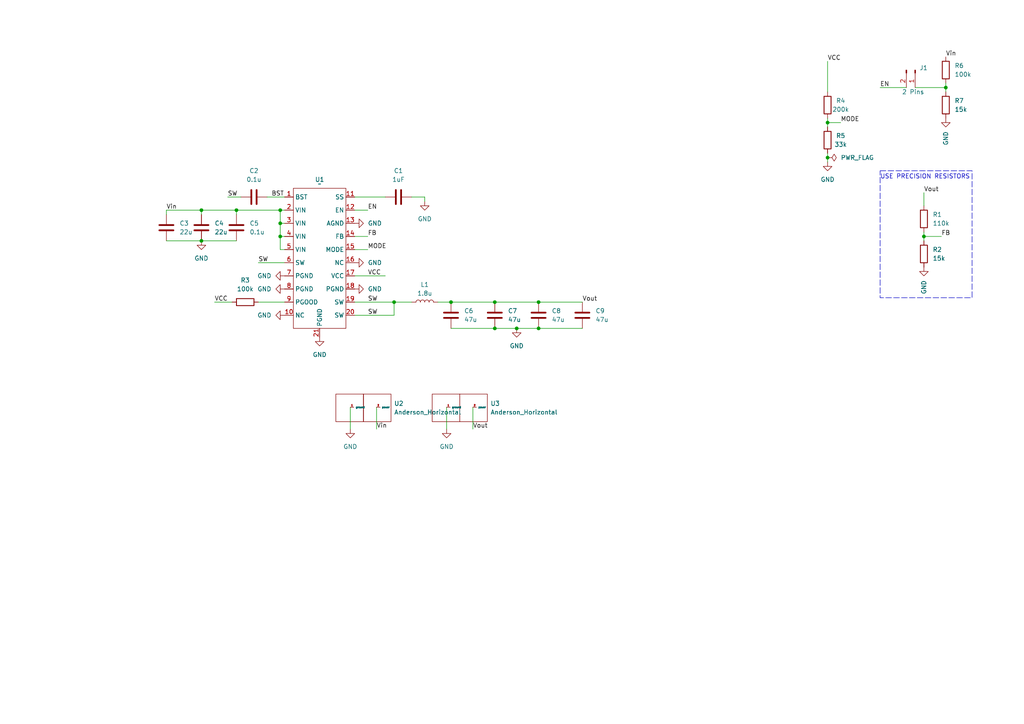
<source format=kicad_sch>
(kicad_sch (version 20230121) (generator eeschema)
  (paper "A4")
  (lib_symbols
    (symbol "Connector:Conn_01x02_Pin" (pin_names (offset 1.016) hide)
      (property "Reference" "J" (at 0 2.54 0))
      (property "Value" "Conn_01x02_Pin" (at 0 -5.08 0))
      (symbol "Conn_01x02_Pin_1_1"
        (polyline (pts (xy 1.27 -2.54) (xy 0.8636 -2.54)) (stroke (width 0.1524)))
        (polyline (pts (xy 1.27 0) (xy 0.8636 0)) (stroke (width 0.1524)))
        (rectangle (start 0.8636 -2.413) (end 0 -2.667) (stroke (width 0.1524)) (fill (type outline)))
        (rectangle (start 0.8636 0.127) (end 0 -0.127) (stroke (width 0.1524)) (fill (type outline)))
        (pin passive line (at 5.08 0 180) (length 3.81) (name "Pin_1") (number "1"))
        (pin passive line (at 5.08 -2.54 180) (length 3.81) (name "Pin_2") (number "2"))
      )
    )
    (symbol "Device:C" (pin_numbers hide) (pin_names (offset 0.254))
      (property "Reference" "C" (at 0.635 2.54 0))
      (property "Value" "C" (at 0.635 -2.54 0))
      (symbol "C_0_1"
        (polyline (pts (xy -2.032 -0.762) (xy 2.032 -0.762)) (stroke (width 0.508)))
        (polyline (pts (xy -2.032 0.762) (xy 2.032 0.762)) (stroke (width 0.508)))
      )
      (symbol "C_1_1"
        (pin passive line (at 0 3.81 270) (length 2.794) (name "~") (number "1"))
        (pin passive line (at 0 -3.81 90) (length 2.794) (name "~") (number "2"))
      )
    )
    (symbol "Device:L" (pin_numbers hide) (pin_names (offset 1.016) hide)
      (property "Reference" "L" (at -1.27 0 90))
      (property "Value" "L" (at 1.905 0 90))
      (symbol "L_0_1"
        (arc (start 0 -2.54) (mid 0.6323 -1.905) (end 0 -1.27))
        (arc (start 0 -1.27) (mid 0.6323 -0.635) (end 0 0))
        (arc (start 0 0) (mid 0.6323 0.635) (end 0 1.27))
        (arc (start 0 1.27) (mid 0.6323 1.905) (end 0 2.54))
      )
      (symbol "L_1_1"
        (pin passive line (at 0 3.81 270) (length 1.27) (name "1") (number "1"))
        (pin passive line (at 0 -3.81 90) (length 1.27) (name "2") (number "2"))
      )
    )
    (symbol "Device:R" (pin_numbers hide) (pin_names (offset 0))
      (property "Reference" "R" (at 2.032 0 90))
      (property "Value" "R" (at 0 0 90))
      (symbol "R_0_1"
        (rectangle (start -1.016 -2.54) (end 1.016 2.54) (stroke (width 0.254)))
      )
      (symbol "R_1_1"
        (pin passive line (at 0 3.81 270) (length 1.27) (name "~") (number "1"))
        (pin passive line (at 0 -3.81 90) (length 1.27) (name "~") (number "2"))
      )
    )
    (symbol "PiE_Symbols:Anderson_Horizontal"
      (property "Reference" "U" (at 0 4.54 0))
      (property "Value" "Anderson_Horizontal" (at 0 2 0))
      (symbol "Anderson_Horizontal_0_1"
        (rectangle (start 0 0) (end -8 -8))
        (rectangle (start 0 0) (end 8 -8))
      )
      (symbol "Anderson_Horizontal_1_1"
        (pin passive line (at -3.81 -3.81 0) (length 1) (name "ground") (number "1"))
        (pin passive line (at 3.81 -3.81 0) (length 1) (name "power") (number "2"))
      )
    )
    (symbol "PiE_Symbols:TPS56C230"
      (property "Reference" "U" (at 0 19.05 0))
      (symbol "TPS56C230_0_1"
        (rectangle (start -7.62 17.78) (end 7.62 -22.86))
      )
      (symbol "TPS56C230_1_1"
        (pin input line (at -10.16 15.24 0) (length 2.54) (name "BST") (number "1"))
        (pin passive line (at -10.16 -19.05 0) (length 2.54) (name "NC") (number "10"))
        (pin input line (at 10.16 15.24 180) (length 2.54) (name "SS") (number "11"))
        (pin bidirectional line (at 10.16 11.43 180) (length 2.54) (name "EN") (number "12"))
        (pin passive line (at 10.16 7.62 180) (length 2.54) (name "AGND") (number "13"))
        (pin bidirectional line (at 10.16 3.81 180) (length 2.54) (name "FB") (number "14"))
        (pin bidirectional line (at 10.16 0 180) (length 2.54) (name "MODE") (number "15"))
        (pin passive line (at 10.16 -3.81 180) (length 2.54) (name "NC") (number "16"))
        (pin bidirectional line (at 10.16 -7.62 180) (length 2.54) (name "VCC") (number "17"))
        (pin passive line (at 10.16 -11.43 180) (length 2.54) (name "PGND") (number "18"))
        (pin bidirectional line (at 10.16 -15.24 180) (length 2.54) (name "SW") (number "19"))
        (pin passive line (at -10.16 11.43 0) (length 2.54) (name "VIN") (number "2"))
        (pin bidirectional line (at 10.16 -19.05 180) (length 2.54) (name "SW") (number "20"))
        (pin passive line (at 0 -25.4 90) (length 2.54) (name "PGND") (number "21"))
        (pin passive line (at -10.16 7.62 0) (length 2.54) (name "VIN") (number "3"))
        (pin passive line (at -10.16 3.81 0) (length 2.54) (name "VIN") (number "4"))
        (pin passive line (at -10.16 0 0) (length 2.54) (name "VIN") (number "5"))
        (pin output line (at -10.16 -3.81 0) (length 2.54) (name "SW") (number "6"))
        (pin passive line (at -10.16 -7.62 0) (length 2.54) (name "PGND") (number "7"))
        (pin passive line (at -10.16 -11.43 0) (length 2.54) (name "PGND") (number "8"))
        (pin output line (at -10.16 -15.24 0) (length 2.54) (name "PGOOD") (number "9"))
      )
    )
    (symbol "power:GND" (power) (pin_names (offset 0))
      (property "Value" "GND" (at 0 -3.81 0))
      (symbol "GND_0_1"
        (polyline (pts (xy 0 0) (xy 0 -1.27) (xy 1.27 -1.27) (xy 0 -2.54) (xy -1.27 -1.27) (xy 0 -1.27)))
      )
      (symbol "GND_1_1"
        (pin power_in line (at 0 0 270) (length 0) hide (name "GND") (number "1"))
      )
    )
    (symbol "power:PWR_FLAG" (power) (pin_numbers hide) (pin_names (offset 0) hide)
      (property "Value" "PWR_FLAG" (at 0 3.81 0))
      (symbol "PWR_FLAG_0_0"
        (pin power_out line (at 0 0 90) (length 0) (name "pwr") (number "1"))
      )
      (symbol "PWR_FLAG_0_1"
        (polyline (pts (xy 0 0) (xy 0 1.27) (xy -1.016 1.905) (xy 0 2.54) (xy 1.016 1.905) (xy 0 1.27)))
      )
    )
  )
  (junction (at 81.28 60.96))
  (junction (at 149.86 95.25))
  (junction (at 240.03 45.72))
  (junction (at 81.28 64.77))
  (junction (at 143.51 95.25))
  (junction (at 114.3 87.63))
  (junction (at 81.28 68.58))
  (junction (at 68.58 60.96))
  (junction (at 267.97 68.58))
  (junction (at 156.21 87.63))
  (junction (at 58.42 60.96))
  (junction (at 143.51 87.63))
  (junction (at 240.03 35.56))
  (junction (at 274.32 25.4))
  (junction (at 156.21 95.25))
  (junction (at 130.81 87.63))
  (junction (at 58.42 69.85))
  (wire (pts (xy 114.3 87.63) (xy 114.3 91.44)))
  (wire (pts (xy 255.27 25.4) (xy 262.89 25.4)))
  (wire (pts (xy 81.28 68.58) (xy 81.28 72.39)))
  (wire (pts (xy 123.19 57.15) (xy 123.19 58.42)))
  (wire (pts (xy 74.93 76.2) (xy 82.55 76.2)))
  (wire (pts (xy 102.87 91.44) (xy 114.3 91.44)))
  (wire (pts (xy 114.3 87.63) (xy 119.38 87.63)))
  (wire (pts (xy 62.23 87.63) (xy 67.31 87.63)))
  (wire (pts (xy 240.03 45.72) (xy 240.03 44.45)))
  (wire (pts (xy 130.81 87.63) (xy 143.51 87.63)))
  (wire (pts (xy 81.28 64.77) (xy 81.28 68.58)))
  (wire (pts (xy 240.03 34.29) (xy 240.03 35.56)))
  (wire (pts (xy 74.93 87.63) (xy 82.55 87.63)))
  (wire (pts (xy 82.55 72.39) (xy 81.28 72.39)))
  (wire (pts (xy 102.87 60.96) (xy 106.68 60.96)))
  (wire (pts (xy 240.03 17.78) (xy 240.03 26.67)))
  (wire (pts (xy 81.28 60.96) (xy 81.28 64.77)))
  (wire (pts (xy 102.87 72.39) (xy 106.68 72.39)))
  (wire (pts (xy 81.28 64.77) (xy 82.55 64.77)))
  (wire (pts (xy 102.87 87.63) (xy 114.3 87.63)))
  (wire (pts (xy 240.03 35.56) (xy 240.03 36.83)))
  (wire (pts (xy 48.26 69.85) (xy 58.42 69.85)))
  (wire (pts (xy 143.51 87.63) (xy 156.21 87.63)))
  (wire (pts (xy 156.21 95.25) (xy 168.91 95.25)))
  (wire (pts (xy 66.04 57.15) (xy 69.85 57.15)))
  (wire (pts (xy 102.87 68.58) (xy 106.68 68.58)))
  (wire (pts (xy 68.58 60.96) (xy 68.58 62.23)))
  (wire (pts (xy 58.42 60.96) (xy 48.26 60.96)))
  (wire (pts (xy 119.38 57.15) (xy 123.19 57.15)))
  (wire (pts (xy 130.81 95.25) (xy 143.51 95.25)))
  (wire (pts (xy 149.86 95.25) (xy 156.21 95.25)))
  (wire (pts (xy 81.28 60.96) (xy 68.58 60.96)))
  (wire (pts (xy 81.28 68.58) (xy 82.55 68.58)))
  (wire (pts (xy 240.03 46.99) (xy 240.03 45.72)))
  (wire (pts (xy 68.58 60.96) (xy 58.42 60.96)))
  (wire (pts (xy 58.42 60.96) (xy 58.42 62.23)))
  (wire (pts (xy 240.03 35.56) (xy 243.84 35.56)))
  (wire (pts (xy 129.54 118.11) (xy 129.54 124.46)))
  (wire (pts (xy 274.32 25.4) (xy 274.32 26.67)))
  (wire (pts (xy 137.16 118.11) (xy 137.16 124.46)))
  (wire (pts (xy 58.42 69.85) (xy 68.58 69.85)))
  (wire (pts (xy 101.6 118.11) (xy 101.6 124.46)))
  (wire (pts (xy 156.21 87.63) (xy 168.91 87.63)))
  (wire (pts (xy 48.26 60.96) (xy 48.26 62.23)))
  (wire (pts (xy 127 87.63) (xy 130.81 87.63)))
  (wire (pts (xy 82.55 60.96) (xy 81.28 60.96)))
  (wire (pts (xy 274.32 24.13) (xy 274.32 25.4)))
  (wire (pts (xy 267.97 67.31) (xy 267.97 68.58)))
  (wire (pts (xy 267.97 68.58) (xy 273.05 68.58)))
  (wire (pts (xy 143.51 95.25) (xy 149.86 95.25)))
  (wire (pts (xy 265.43 25.4) (xy 274.32 25.4)))
  (wire (pts (xy 102.87 57.15) (xy 111.76 57.15)))
  (wire (pts (xy 267.97 55.88) (xy 267.97 59.69)))
  (wire (pts (xy 267.97 68.58) (xy 267.97 69.85)))
  (wire (pts (xy 109.22 118.11) (xy 109.22 124.46)))
  (wire (pts (xy 102.87 80.01) (xy 111.76 80.01)))
  (wire (pts (xy 77.47 57.15) (xy 82.55 57.15)))
  (rectangle (start 255.27 49.53) (end 281.94 86.36) (stroke (width 0) (type dash)))
  (text "USE PRECISION RESISTORS" (at 255.27 52.07 0) (effects (font (size 1.27 1.27)) (justify left bottom)))
  (label "SW" (at 66.04 57.15 0))
  (label "VCC" (at 62.23 87.63 0))
  (label "VCC" (at 106.68 80.01 0))
  (label "Vout" (at 168.91 87.63 0))
  (label "MODE" (at 243.84 35.56 0))
  (label "SW" (at 106.68 91.44 0))
  (label "EN" (at 255.27 25.4 0))
  (label "EN" (at 106.68 60.96 0))
  (label "MODE" (at 106.68 72.39 0))
  (label "Vin" (at 274.32 16.51 0))
  (label "SW" (at 106.68 87.63 0))
  (label "Vout" (at 267.97 55.88 0))
  (label "FB" (at 273.05 68.58 0))
  (label "FB" (at 106.68 68.58 0))
  (label "VCC" (at 240.03 17.78 0))
  (label "Vout" (at 137.16 124.46 0))
  (label "BST" (at 78.74 57.15 0))
  (label "Vin" (at 109.22 124.46 0))
  (label "SW" (at 74.93 76.2 0))
  (label "Vin" (at 48.26 60.96 0))
  (symbol (lib_id "power:PWR_FLAG") (at 240.03 45.72 270) (unit 1)
    (property "Reference" "#FLG01" (effects hide))
    (property "Value" "PWR_FLAG" (at 243.84 45.72 90) (effects (justify left)))
  )
  (symbol (lib_id "power:GND") (at 102.87 76.2 90) (unit 1)
    (property "Reference" "#PWR07" (effects hide))
    (property "Value" "GND" (at 106.68 76.2 90) (effects (justify right)))
  )
  (symbol (lib_id "power:GND") (at 102.87 64.77 90) (unit 1)
    (property "Reference" "#PWR01" (effects hide))
    (property "Value" "GND" (at 106.68 64.77 90) (effects (justify right)))
  )
  (symbol (lib_id "Device:R") (at 274.32 30.48 0) (unit 1)
    (property "Reference" "R7" (at 276.86 29.21 0) (effects (justify left)))
    (property "Value" "15k" (at 276.86 31.75 0) (effects (justify left)))
    (property "Footprint" "Resistor_SMD:R_0402_1005Metric" (effects hide))
  )
  (symbol (lib_id "PiE_Symbols:Anderson_Horizontal") (at 105.41 114.3 0) (unit 1)
    (property "Reference" "U2" (at 114.3 117.03 0) (effects (justify left)))
    (property "Value" "Anderson_Horizontal" (at 114.3 119.57 0) (effects (justify left)))
    (property "Footprint" "PiE_Footprints:anderson_horizontal" (effects hide))
  )
  (symbol (lib_id "Device:R") (at 240.03 30.48 0) (unit 1)
    (property "Reference" "R4" (at 243.84 29.21 0))
    (property "Value" "200k" (at 243.84 31.75 0))
    (property "Footprint" "Resistor_SMD:R_0402_1005Metric" (effects hide))
  )
  (symbol (lib_id "Device:C") (at 143.51 91.44 180) (unit 1)
    (property "Reference" "C7" (at 147.32 90.17 0) (effects (justify right)))
    (property "Value" "47u" (at 147.32 92.71 0) (effects (justify right)))
    (property "Footprint" "Capacitor_SMD:C_1206_3216Metric" (effects hide))
  )
  (symbol (lib_id "power:GND") (at 274.32 34.29 0) (unit 1)
    (property "Reference" "#PWR010" (effects hide))
    (property "Value" "GND" (at 274.32 38.1 90) (effects (justify right)))
  )
  (symbol (lib_id "Device:C") (at 156.21 91.44 180) (unit 1)
    (property "Reference" "C8" (at 160.02 90.17 0) (effects (justify right)))
    (property "Value" "47u" (at 160.02 92.71 0) (effects (justify right)))
    (property "Footprint" "Capacitor_SMD:C_1206_3216Metric" (effects hide))
  )
  (symbol (lib_id "Device:C") (at 168.91 91.44 180) (unit 1)
    (property "Reference" "C9" (at 172.72 90.17 0) (effects (justify right)))
    (property "Value" "47u" (at 172.72 92.71 0) (effects (justify right)))
    (property "Footprint" "Capacitor_SMD:C_1206_3216Metric" (effects hide))
  )
  (symbol (lib_id "PiE_Symbols:Anderson_Horizontal") (at 133.35 114.3 0) (unit 1)
    (property "Reference" "U3" (at 142.24 117.03 0) (effects (justify left)))
    (property "Value" "Anderson_Horizontal" (at 142.24 119.57 0) (effects (justify left)))
    (property "Footprint" "PiE_Footprints:anderson_horizontal" (effects hide))
  )
  (symbol (lib_id "Device:C") (at 58.42 66.04 180) (unit 1)
    (property "Reference" "C4" (at 62.23 64.77 0) (effects (justify right)))
    (property "Value" "22u" (at 62.23 67.31 0) (effects (justify right)))
    (property "Footprint" "Capacitor_SMD:C_1206_3216Metric" (effects hide))
  )
  (symbol (lib_id "power:GND") (at 240.03 46.99 0) (unit 1)
    (property "Reference" "#PWR08" (effects hide))
    (property "Value" "GND" (at 240.03 52.07 0))
  )
  (symbol (lib_id "power:GND") (at 102.87 83.82 90) (unit 1)
    (property "Reference" "#PWR02" (effects hide))
    (property "Value" "GND" (at 106.68 83.82 90) (effects (justify right)))
  )
  (symbol (lib_id "Device:C") (at 48.26 66.04 180) (unit 1)
    (property "Reference" "C3" (at 52.07 64.77 0) (effects (justify right)))
    (property "Value" "22u" (at 52.07 67.31 0) (effects (justify right)))
    (property "Footprint" "Capacitor_SMD:C_1206_3216Metric" (effects hide))
  )
  (symbol (lib_id "Device:R") (at 267.97 63.5 0) (unit 1)
    (property "Reference" "R1" (at 270.51 62.23 0) (effects (justify left)))
    (property "Value" "110k" (at 270.51 64.77 0) (effects (justify left)))
    (property "Footprint" "Resistor_SMD:R_0603_1608Metric" (effects hide))
  )
  (symbol (lib_id "power:GND") (at 82.55 83.82 270) (unit 1)
    (property "Reference" "#PWR04" (effects hide))
    (property "Value" "GND" (at 78.74 83.82 90) (effects (justify right)))
  )
  (symbol (lib_id "power:GND") (at 82.55 91.44 270) (unit 1)
    (property "Reference" "#PWR06" (effects hide))
    (property "Value" "GND" (at 78.74 91.44 90) (effects (justify right)))
  )
  (symbol (lib_id "power:GND") (at 101.6 124.46 0) (unit 1)
    (property "Reference" "#PWR015" (effects hide))
    (property "Value" "GND" (at 101.6 129.54 0))
  )
  (symbol (lib_id "Device:C") (at 73.66 57.15 90) (unit 1)
    (property "Reference" "C2" (at 73.66 49.53 90))
    (property "Value" "0.1u" (at 73.66 52.07 90))
    (property "Footprint" "Capacitor_SMD:C_1206_3216Metric" (effects hide))
  )
  (symbol (lib_id "power:GND") (at 129.54 124.46 0) (unit 1)
    (property "Reference" "#PWR016" (effects hide))
    (property "Value" "GND" (at 129.54 129.54 0))
  )
  (symbol (lib_id "power:GND") (at 92.71 97.79 0) (unit 1)
    (property "Reference" "#PWR03" (effects hide))
    (property "Value" "GND" (at 92.71 102.87 0))
  )
  (symbol (lib_id "Device:R") (at 71.12 87.63 90) (unit 1)
    (property "Reference" "R3" (at 71.12 81.28 90))
    (property "Value" "100k" (at 71.12 83.82 90))
    (property "Footprint" "Resistor_SMD:R_0402_1005Metric" (effects hide))
  )
  (symbol (lib_id "power:GND") (at 149.86 95.25 0) (unit 1)
    (property "Reference" "#PWR014" (effects hide))
    (property "Value" "GND" (at 149.86 100.33 0))
  )
  (symbol (lib_id "PiE_Symbols:TPS56C230") (at 92.71 72.39 0) (unit 1)
    (property "Reference" "U1" (at 92.71 52.07 0))
    (property "Value" "~" (at 92.71 53.34 0))
    (property "Footprint" "PiE_Footprints:TPS56C230RJER" (effects hide))
  )
  (symbol (lib_id "Device:C") (at 68.58 66.04 180) (unit 1)
    (property "Reference" "C5" (at 72.39 64.77 0) (effects (justify right)))
    (property "Value" "0.1u" (at 72.39 67.31 0) (effects (justify right)))
    (property "Footprint" "Capacitor_SMD:C_1206_3216Metric" (effects hide))
  )
  (symbol (lib_id "Connector:Conn_01x02_Pin") (at 265.43 20.32 270) (unit 1)
    (property "Reference" "J1" (at 266.7 19.685 90) (effects (justify left)))
    (property "Value" "2 Pins" (at 261.62 26.67 90) (effects (justify left)))
    (property "Footprint" "Connector_PinHeader_2.54mm:PinHeader_1x02_P2.54mm_Vertical" (effects hide))
  )
  (symbol (lib_id "Device:C") (at 130.81 91.44 180) (unit 1)
    (property "Reference" "C6" (at 134.62 90.17 0) (effects (justify right)))
    (property "Value" "47u" (at 134.62 92.71 0) (effects (justify right)))
    (property "Footprint" "Capacitor_SMD:C_1206_3216Metric" (effects hide))
  )
  (symbol (lib_id "Device:R") (at 267.97 73.66 0) (unit 1)
    (property "Reference" "R2" (at 270.51 72.39 0) (effects (justify left)))
    (property "Value" "15k" (at 270.51 74.93 0) (effects (justify left)))
    (property "Footprint" "Resistor_SMD:R_0603_1608Metric" (effects hide))
  )
  (symbol (lib_id "power:GND") (at 82.55 80.01 270) (unit 1)
    (property "Reference" "#PWR05" (effects hide))
    (property "Value" "GND" (at 78.74 80.01 90) (effects (justify right)))
  )
  (symbol (lib_id "power:GND") (at 58.42 69.85 0) (unit 1)
    (property "Reference" "#PWR012" (effects hide))
    (property "Value" "GND" (at 58.42 74.93 0))
  )
  (symbol (lib_id "Device:R") (at 274.32 20.32 0) (unit 1)
    (property "Reference" "R6" (at 276.86 19.05 0) (effects (justify left)))
    (property "Value" "100k" (at 276.86 21.59 0) (effects (justify left)))
    (property "Footprint" "Resistor_SMD:R_0402_1005Metric" (effects hide))
  )
  (symbol (lib_id "power:GND") (at 267.97 77.47 0) (unit 1)
    (property "Reference" "#PWR09" (effects hide))
    (property "Value" "GND" (at 267.97 81.28 90) (effects (justify right)))
  )
  (symbol (lib_id "Device:L") (at 123.19 87.63 90) (unit 1)
    (property "Reference" "L1" (at 123.19 82.55 90))
    (property "Value" "1.8u" (at 123.19 85.09 90))
    (property "Footprint" "PiE_Footprints:125CDMCCDS-1R8MC" (effects hide))
  )
  (symbol (lib_id "power:GND") (at 123.19 58.42 0) (unit 1)
    (property "Reference" "#PWR013" (effects hide))
    (property "Value" "GND" (at 123.19 63.5 0))
  )
  (symbol (lib_id "Device:R") (at 240.03 40.64 0) (unit 1)
    (property "Reference" "R5" (at 243.84 39.37 0))
    (property "Value" "33k" (at 243.84 41.91 0))
    (property "Footprint" "Resistor_SMD:R_0402_1005Metric" (effects hide))
  )
  (symbol (lib_id "Device:C") (at 115.57 57.15 90) (unit 1)
    (property "Reference" "C1" (at 115.57 49.53 90))
    (property "Value" "1uF" (at 115.57 52.07 90))
    (property "Footprint" "Capacitor_SMD:C_0603_1608Metric_Pad1.08x0.95mm_HandSolder" (effects hide))
  )
)
</source>
